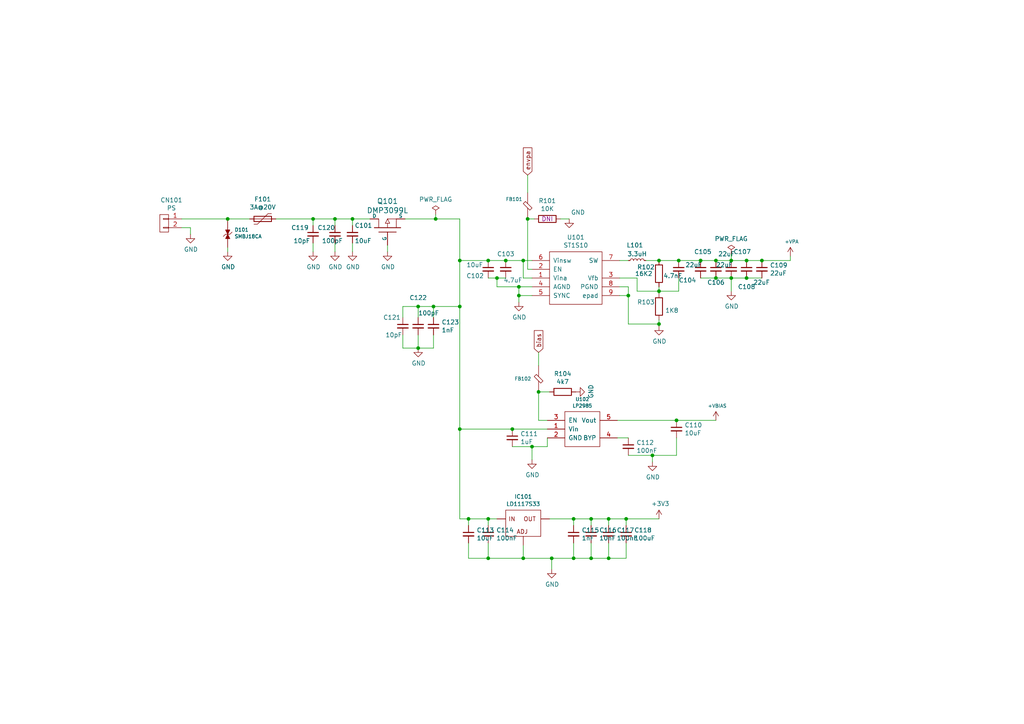
<source format=kicad_sch>
(kicad_sch (version 20231120) (generator "eeschema") (generator_version "8.0")
  (paper "A4")
  (title_block (title "Radioberry - amplifier") (date "2020-12-18") (rev "beta 1") (company "AppMind") (comment 1 "PA3GSB Johan Maas"))
  (lib_symbols
    (symbol "Radioberry:V-REG_LD117AS33TR" (pin_numbers hide) (pin_names (offset 1.016) hide)
      (property "Reference" "IC" (at 2.54 -7.62 0))
      (property "Value" "V-REG_LD117AS33TR" (at 2.54 -10.16 0))
      (symbol "V-REG_LD117AS33TR_1_0"
        (polyline (pts (xy -5.08 -5.08) (xy 5.08 -5.08)))
        (polyline (pts (xy -5.08 2.54) (xy -5.08 -5.08)))
        (polyline (pts (xy 5.08 -5.08) (xy 5.08 2.54)))
        (polyline (pts (xy 5.08 2.54) (xy -5.08 2.54)))
        (text "ADJ" (at -0.2794 -3.7084 0) (effects (font (size 1.2192 1.2192))))
        (text "IN" (at -3.2766 -0.0254 0) (effects (font (size 1.2192 1.2192))))
        (text "OUT" (at 1.8796 -0.0254 0) (effects (font (size 1.2192 1.2192))))
      )
      (symbol "V-REG_LD117AS33TR_1_1"
        (pin input line (at 0 -7.62 90) (length 2.54) (name "ADJ") (number "1"))
        (pin input line (at -7.62 0 0) (length 2.54) (name "IN") (number "3"))
        (pin passive line (at 7.62 0 180) (length 2.54) (name "OUT") (number "4"))
      )
    )
    (symbol "hermeslite:+3V3" (power) (pin_names (offset 0))
      (property "Value" "+3V3" (at 0 3.556 0))
      (symbol "+3V3_0_1"
        (polyline (pts (xy -0.762 1.27) (xy 0 2.54)))
        (polyline (pts (xy 0 0) (xy 0 2.54)))
        (polyline (pts (xy 0 2.54) (xy 0.762 1.27)))
      )
      (symbol "+3V3_1_1"
        (pin power_in line (at 0 0 90) (length 0) hide (name "+3V3") (number "1"))
      )
    )
    (symbol "hermeslite:+VBIAS" (power) (pin_names (offset 0))
      (property "Value" "+VBIAS" (at 0 3.556 0))
      (symbol "+VBIAS_0_1"
        (polyline (pts (xy -0.762 1.27) (xy 0 2.54)))
        (polyline (pts (xy 0 0) (xy 0 2.54)))
        (polyline (pts (xy 0 2.54) (xy 0.762 1.27)))
      )
      (symbol "+VBIAS_1_1"
        (pin power_in line (at 0 0 90) (length 0) hide (name "+VBIAS") (number "1"))
      )
    )
    (symbol "hermeslite:+VPA" (power) (pin_names (offset 0))
      (property "Value" "+VPA" (at 0 3.556 0))
      (symbol "+VPA_0_1"
        (polyline (pts (xy -0.762 1.27) (xy 0 2.54)))
        (polyline (pts (xy 0 0) (xy 0 2.54)))
        (polyline (pts (xy 0 2.54) (xy 0.762 1.27)))
      )
      (symbol "+VPA_1_1"
        (pin power_in line (at 0 0 90) (length 0) hide (name "+VPA") (number "1"))
      )
    )
    (symbol "hermeslite:CONN_01X02" (pin_names (offset 1.016) hide)
      (property "Reference" "J" (at 0 3.81 0))
      (property "Value" "CONN_01X02" (at 2.54 0 90))
      (symbol "CONN_01X02_0_1"
        (rectangle (start -1.27 -1.143) (end 0.254 -1.397))
        (rectangle (start -1.27 1.397) (end 0.254 1.143))
        (rectangle (start -1.27 2.54) (end 1.27 -2.54))
      )
      (symbol "CONN_01X02_1_1"
        (pin passive line (at -5.08 1.27 0) (length 3.81) (name "P1") (number "1"))
        (pin passive line (at -5.08 -1.27 0) (length 3.81) (name "P2") (number "2"))
      )
    )
    (symbol "hermeslite:C_Small" (pin_numbers hide) (pin_names (offset 0.254) hide)
      (property "Reference" "C" (at 0.254 1.778 0))
      (property "Value" "C_Small" (at 0.254 -2.032 0))
      (symbol "C_Small_0_1"
        (polyline (pts (xy -1.524 -0.508) (xy 1.524 -0.508)) (stroke (width 0.3302)))
        (polyline (pts (xy -1.524 0.508) (xy 1.524 0.508)) (stroke (width 0.3048)))
      )
      (symbol "C_Small_1_1"
        (pin passive line (at 0 2.54 270) (length 2.032) (name "~") (number "1"))
        (pin passive line (at 0 -2.54 90) (length 2.032) (name "~") (number "2"))
      )
    )
    (symbol "hermeslite:FB" (pin_numbers hide) (pin_names (offset 1.016))
      (property "Reference" "FB" (at 1.905 -1.27 0))
      (symbol "FB_0_1"
        (polyline (pts (xy 0.635 1.27) (xy 1.27 0.635) (xy -0.635 -1.27) (xy -1.27 -0.635) (xy 0.635 1.27)))
      )
      (symbol "FB_1_1"
        (pin passive line (at -3.81 0 0) (length 3.1496) (name "~") (number "1"))
        (pin input line (at 3.81 0 180) (length 3.1496) (name "~") (number "2"))
      )
    )
    (symbol "hermeslite:GND" (power) (pin_names (offset 0))
      (property "Value" "GND" (at 0 -3.81 0))
      (symbol "GND_0_1"
        (polyline (pts (xy 0 0) (xy 0 -1.27) (xy 1.27 -1.27) (xy 0 -2.54) (xy -1.27 -1.27) (xy 0 -1.27)))
      )
      (symbol "GND_1_1"
        (pin power_in line (at 0 0 270) (length 0) hide (name "GND") (number "1"))
      )
    )
    (symbol "hermeslite:LP2985" (pin_names (offset 1.016))
      (property "Reference" "U" (at 5.08 6.35 0))
      (property "Value" "LP2985" (at 5.08 -6.35 0))
      (symbol "LP2985_0_1"
        (rectangle (start 0 5.08) (end 10.16 -5.08))
      )
      (symbol "LP2985_1_1"
        (pin power_in line (at -5.08 0 0) (length 5.08) (name "Vin") (number "1"))
        (pin power_in line (at -5.08 -2.54 0) (length 5.08) (name "GND") (number "2"))
        (pin input line (at -5.08 2.54 0) (length 5.08) (name "EN") (number "3"))
        (pin input line (at 15.24 -2.54 180) (length 5.08) (name "BYP") (number "4"))
        (pin power_out line (at 15.24 2.54 180) (length 5.08) (name "Vout") (number "5"))
      )
    )
    (symbol "hermeslite:L_Small" (pin_numbers hide) (pin_names (offset 0.254) hide)
      (property "Reference" "L" (at 0.762 1.016 0))
      (property "Value" "L_Small" (at 0.762 -1.016 0))
      (symbol "L_Small_0_1"
        (arc (start 0 -2.032) (mid 0.508 -1.524) (end 0 -1.016))
        (arc (start 0 -1.016) (mid 0.508 -0.508) (end 0 0))
        (arc (start 0 0) (mid 0.508 0.508) (end 0 1.016))
        (arc (start 0 1.016) (mid 0.508 1.524) (end 0 2.032))
      )
      (symbol "L_Small_1_1"
        (pin passive line (at 0 2.54 270) (length 0.508) (name "~") (number "1"))
        (pin passive line (at 0 -2.54 90) (length 0.508) (name "~") (number "2"))
      )
    )
    (symbol "hermeslite:MOSFET_P" (pin_numbers hide) (pin_names (offset 0))
      (property "Reference" "Q" (at 0.254 4.318 0))
      (property "Value" "MOSFET_P" (at 0.254 -3.81 0))
      (symbol "MOSFET_P_0_1"
        (polyline (pts (xy -1.27 -2.54) (xy -1.27 2.54)) (stroke (width 0.2032)))
        (polyline (pts (xy 0 -3.81) (xy 0 3.81)) (stroke (width 0.254)))
        (polyline (pts (xy 0 0) (xy 1.27 0)))
        (polyline (pts (xy 1.27 -0.635) (xy 2.54 0)))
        (polyline (pts (xy 1.27 0.635) (xy 1.27 -0.635)))
        (polyline (pts (xy 1.27 0.635) (xy 2.54 0)))
        (polyline (pts (xy 2.54 -2.54) (xy 0 -2.54)))
        (polyline (pts (xy 2.54 0) (xy 2.54 -2.54)))
        (polyline (pts (xy 2.54 2.54) (xy 0 2.54)))
      )
      (symbol "MOSFET_P_1_1"
        (pin input line (at -5.08 0 0) (length 3.81) (name "G") (number "1"))
        (pin passive line (at 2.54 -5.08 90) (length 2.54) (name "S") (number "2"))
        (pin passive line (at 2.54 5.08 270) (length 2.54) (name "D") (number "3"))
      )
    )
    (symbol "hermeslite:Polyfuse" (pin_numbers hide) (pin_names (offset 0))
      (property "Reference" "F" (at -2.54 0 90))
      (property "Value" "Polyfuse" (at 2.54 0 90))
      (symbol "Polyfuse_0_1"
        (rectangle (start -0.762 2.54) (end 0.762 -2.54) (stroke (width 0.254)))
        (polyline (pts (xy 0 2.54) (xy 0 -2.54)))
        (polyline (pts (xy -1.524 2.54) (xy -1.524 1.524) (xy 1.524 -1.524) (xy 1.524 -2.54)))
      )
      (symbol "Polyfuse_1_1"
        (pin passive line (at 0 3.81 270) (length 1.27) (name "~") (number "1"))
        (pin passive line (at 0 -3.81 90) (length 1.27) (name "~") (number "2"))
      )
    )
    (symbol "hermeslite:R" (pin_numbers hide) (pin_names (offset 0))
      (property "Reference" "R" (at 2.032 0 90))
      (property "Value" "R" (at 0 0 90))
      (symbol "R_0_1"
        (rectangle (start -1.016 -2.54) (end 1.016 2.54) (stroke (width 0.254)))
      )
      (symbol "R_1_1"
        (pin passive line (at 0 3.81 270) (length 1.27) (name "~") (number "1"))
        (pin passive line (at 0 -3.81 90) (length 1.27) (name "~") (number "2"))
      )
    )
    (symbol "hermeslite:ST1S10" (pin_names (offset 1.016))
      (property "Reference" "U" (at -1.27 12.7 0))
      (property "Value" "ST1S10" (at -1.27 -6.35 0))
      (symbol "ST1S10_0_1"
        (rectangle (start -8.89 11.43) (end 6.35 -3.81))
      )
      (symbol "ST1S10_1_1"
        (pin input line (at -13.97 3.81 0) (length 5.08) (name "Vina") (number "1"))
        (pin input line (at -13.97 6.35 0) (length 5.08) (name "EN") (number "2"))
        (pin input line (at 11.43 3.81 180) (length 5.08) (name "Vfb") (number "3"))
        (pin power_in line (at -13.97 1.27 0) (length 5.08) (name "AGND") (number "4"))
        (pin input line (at -13.97 -1.27 0) (length 5.08) (name "SYNC") (number "5"))
        (pin power_in line (at -13.97 8.89 0) (length 5.08) (name "Vinsw") (number "6"))
        (pin power_out line (at 11.43 8.89 180) (length 5.08) (name "SW") (number "7"))
        (pin power_in line (at 11.43 1.27 180) (length 5.08) (name "PGND") (number "8"))
        (pin power_in line (at 11.43 -1.27 180) (length 5.08) (name "epad") (number "9"))
      )
    )
    (symbol "hermeslite:TVSANTI" (pin_numbers hide) (pin_names (offset 1.016) hide)
      (property "Reference" "D" (at 0 2.54 0))
      (property "Value" "TVSANTI" (at 0 -2.54 0))
      (symbol "TVSANTI_0_1"
        (polyline (pts (xy 0 0) (xy 0 -0.635) (xy 0.635 -1.27)))
        (polyline (pts (xy 0 0) (xy 0 0.635) (xy -0.635 1.27)))
        (polyline (pts (xy 0 0) (xy -1.27 0.635) (xy -1.27 -0.635) (xy 0 0)) (fill (type outline)))
        (polyline (pts (xy 1.27 0.635) (xy 0 0) (xy 1.27 -0.635) (xy 1.27 0.635)) (fill (type outline)))
      )
      (symbol "TVSANTI_1_1"
        (pin passive line (at -4.445 0 0) (length 3.0988) (name "A") (number "1"))
        (pin passive line (at 3.81 0 180) (length 2.4892) (name "K") (number "2"))
      )
    )
    (symbol "power:PWR_FLAG" (power) (pin_numbers hide) (pin_names (offset 0) hide)
      (property "Value" "PWR_FLAG" (at 0 3.81 0))
      (symbol "PWR_FLAG_0_0"
        (pin power_out line (at 0 0 90) (length 0) (name "~") (number "1"))
      )
      (symbol "PWR_FLAG_0_1"
        (polyline (pts (xy 0 0) (xy 0 1.27) (xy -1.016 1.905) (xy 0 2.54) (xy 1.016 1.905) (xy 0 1.27)))
      )
    )
  )
  (junction (at 141.605 75.565))
  (junction (at 102.235 63.5))
  (junction (at 216.535 75.565))
  (junction (at 133.35 124.46))
  (junction (at 189.23 132.08))
  (junction (at 171.45 150.495))
  (junction (at 141.605 161.925))
  (junction (at 133.35 75.565))
  (junction (at 90.805 63.5))
  (junction (at 125.73 88.9))
  (junction (at 212.09 75.565))
  (junction (at 121.285 100.965))
  (junction (at 135.89 150.495))
  (junction (at 216.535 80.645))
  (junction (at 146.685 75.565))
  (junction (at 220.98 75.565))
  (junction (at 148.59 124.46))
  (junction (at 196.85 75.565))
  (junction (at 176.53 161.925))
  (junction (at 207.645 75.565))
  (junction (at 182.245 85.725))
  (junction (at 191.135 75.565))
  (junction (at 191.135 93.98))
  (junction (at 181.61 150.495))
  (junction (at 97.155 63.5))
  (junction (at 153.035 63.5))
  (junction (at 144.145 80.645))
  (junction (at 166.37 161.925))
  (junction (at 151.765 161.925))
  (junction (at 212.09 80.645))
  (junction (at 160.02 161.925))
  (junction (at 156.21 113.665))
  (junction (at 151.765 75.565))
  (junction (at 121.285 88.9))
  (junction (at 150.495 85.725))
  (junction (at 203.2 75.565))
  (junction (at 141.605 150.495))
  (junction (at 191.135 84.455))
  (junction (at 150.495 83.185))
  (junction (at 171.45 161.925))
  (junction (at 66.04 63.5))
  (junction (at 176.53 150.495))
  (junction (at 207.645 80.645))
  (junction (at 126.365 63.5))
  (junction (at 154.305 129.54))
  (junction (at 166.37 150.495))
  (junction (at 133.35 88.9))
  (junction (at 196.215 121.92))
  (wire (pts (xy 116.84 97.155) (xy 116.84 100.965)))
  (wire (pts (xy 153.035 63.5) (xy 153.035 78.105)))
  (wire (pts (xy 144.145 80.645) (xy 146.685 80.645)))
  (wire (pts (xy 216.535 75.565) (xy 212.09 75.565)))
  (wire (pts (xy 154.305 85.725) (xy 150.495 85.725)))
  (wire (pts (xy 191.135 94.615) (xy 191.135 93.98)))
  (wire (pts (xy 212.09 80.645) (xy 207.645 80.645)))
  (wire (pts (xy 97.155 63.5) (xy 102.235 63.5)))
  (wire (pts (xy 191.135 85.09) (xy 191.135 84.455)))
  (wire (pts (xy 212.09 75.565) (xy 207.645 75.565)))
  (wire (pts (xy 135.89 157.48) (xy 135.89 161.925)))
  (wire (pts (xy 151.765 158.115) (xy 151.765 161.925)))
  (wire (pts (xy 154.94 63.5) (xy 153.035 63.5)))
  (wire (pts (xy 176.53 152.4) (xy 176.53 150.495)))
  (wire (pts (xy 212.09 84.455) (xy 212.09 80.645)))
  (wire (pts (xy 176.53 157.48) (xy 176.53 161.925)))
  (wire (pts (xy 148.59 124.46) (xy 158.75 124.46)))
  (wire (pts (xy 151.765 75.565) (xy 146.685 75.565)))
  (wire (pts (xy 166.37 152.4) (xy 166.37 150.495)))
  (wire (pts (xy 133.35 75.565) (xy 133.35 88.9)))
  (wire (pts (xy 212.09 75.565) (xy 212.09 73.66)))
  (wire (pts (xy 125.73 100.965) (xy 125.73 97.155)))
  (wire (pts (xy 154.305 78.105) (xy 153.035 78.105)))
  (wire (pts (xy 154.305 83.185) (xy 150.495 83.185)))
  (wire (pts (xy 179.705 85.725) (xy 182.245 85.725)))
  (wire (pts (xy 121.285 92.075) (xy 121.285 88.9)))
  (wire (pts (xy 90.805 63.5) (xy 97.155 63.5)))
  (wire (pts (xy 156.21 106.045) (xy 156.21 102.235)))
  (wire (pts (xy 112.395 73.025) (xy 112.395 71.12)))
  (wire (pts (xy 171.45 161.925) (xy 176.53 161.925)))
  (wire (pts (xy 179.07 121.92) (xy 196.215 121.92)))
  (wire (pts (xy 117.475 63.5) (xy 126.365 63.5)))
  (wire (pts (xy 184.785 84.455) (xy 191.135 84.455)))
  (wire (pts (xy 229.235 74.295) (xy 229.235 75.565)))
  (wire (pts (xy 158.75 129.54) (xy 154.305 129.54)))
  (wire (pts (xy 97.155 65.405) (xy 97.155 63.5)))
  (wire (pts (xy 191.135 75.565) (xy 196.85 75.565)))
  (wire (pts (xy 196.85 75.565) (xy 203.2 75.565)))
  (wire (pts (xy 72.39 63.5) (xy 66.04 63.5)))
  (wire (pts (xy 66.04 71.755) (xy 66.04 73.025)))
  (wire (pts (xy 196.85 84.455) (xy 196.85 80.645)))
  (wire (pts (xy 102.235 73.025) (xy 102.235 70.485)))
  (wire (pts (xy 102.235 65.405) (xy 102.235 63.5)))
  (wire (pts (xy 156.21 113.665) (xy 159.385 113.665)))
  (wire (pts (xy 191.135 84.455) (xy 191.135 83.185)))
  (wire (pts (xy 179.705 75.565) (xy 182.245 75.565)))
  (wire (pts (xy 141.605 75.565) (xy 133.35 75.565)))
  (wire (pts (xy 158.75 127) (xy 158.75 129.54)))
  (wire (pts (xy 154.305 75.565) (xy 151.765 75.565)))
  (wire (pts (xy 116.84 100.965) (xy 121.285 100.965)))
  (wire (pts (xy 182.245 132.08) (xy 189.23 132.08)))
  (wire (pts (xy 166.37 150.495) (xy 171.45 150.495)))
  (wire (pts (xy 141.605 152.4) (xy 141.605 150.495)))
  (wire (pts (xy 146.685 75.565) (xy 141.605 75.565)))
  (wire (pts (xy 125.73 92.075) (xy 125.73 88.9)))
  (wire (pts (xy 153.035 55.88) (xy 153.035 50.8)))
  (wire (pts (xy 220.98 75.565) (xy 216.535 75.565)))
  (wire (pts (xy 184.785 84.455) (xy 184.785 80.645)))
  (wire (pts (xy 182.245 85.725) (xy 182.245 93.98)))
  (wire (pts (xy 159.385 150.495) (xy 166.37 150.495)))
  (wire (pts (xy 121.285 100.965) (xy 125.73 100.965)))
  (wire (pts (xy 176.53 161.925) (xy 181.61 161.925)))
  (wire (pts (xy 151.765 161.925) (xy 160.02 161.925)))
  (wire (pts (xy 121.285 97.155) (xy 121.285 100.965)))
  (wire (pts (xy 156.21 121.92) (xy 158.75 121.92)))
  (wire (pts (xy 102.235 63.5) (xy 107.315 63.5)))
  (wire (pts (xy 187.325 75.565) (xy 191.135 75.565)))
  (wire (pts (xy 144.145 83.185) (xy 144.145 80.645)))
  (wire (pts (xy 133.35 124.46) (xy 133.35 150.495)))
  (wire (pts (xy 160.02 165.1) (xy 160.02 161.925)))
  (wire (pts (xy 135.89 152.4) (xy 135.89 150.495)))
  (wire (pts (xy 181.61 161.925) (xy 181.61 157.48)))
  (wire (pts (xy 151.765 80.645) (xy 151.765 75.565)))
  (wire (pts (xy 176.53 150.495) (xy 181.61 150.495)))
  (wire (pts (xy 191.135 84.455) (xy 196.85 84.455)))
  (wire (pts (xy 162.56 63.5) (xy 165.1 63.5)))
  (wire (pts (xy 133.35 63.5) (xy 133.35 75.565)))
  (wire (pts (xy 52.705 63.5) (xy 66.04 63.5)))
  (wire (pts (xy 116.84 88.9) (xy 121.285 88.9)))
  (wire (pts (xy 90.805 70.485) (xy 90.805 73.025)))
  (wire (pts (xy 133.35 150.495) (xy 135.89 150.495)))
  (wire (pts (xy 181.61 152.4) (xy 181.61 150.495)))
  (wire (pts (xy 181.61 150.495) (xy 191.135 150.495)))
  (wire (pts (xy 150.495 83.185) (xy 144.145 83.185)))
  (wire (pts (xy 80.01 63.5) (xy 90.805 63.5)))
  (wire (pts (xy 126.365 63.5) (xy 133.35 63.5)))
  (wire (pts (xy 121.285 88.9) (xy 125.73 88.9)))
  (wire (pts (xy 220.98 80.645) (xy 216.535 80.645)))
  (wire (pts (xy 141.605 150.495) (xy 144.145 150.495)))
  (wire (pts (xy 125.73 88.9) (xy 133.35 88.9)))
  (wire (pts (xy 191.135 93.98) (xy 191.135 92.71)))
  (wire (pts (xy 179.705 80.645) (xy 184.785 80.645)))
  (wire (pts (xy 171.45 152.4) (xy 171.45 150.495)))
  (wire (pts (xy 90.805 65.405) (xy 90.805 63.5)))
  (wire (pts (xy 154.305 80.645) (xy 151.765 80.645)))
  (wire (pts (xy 116.84 92.075) (xy 116.84 88.9)))
  (wire (pts (xy 97.155 70.485) (xy 97.155 73.025)))
  (wire (pts (xy 150.495 83.185) (xy 150.495 85.725)))
  (wire (pts (xy 189.23 133.985) (xy 189.23 132.08)))
  (wire (pts (xy 220.98 75.565) (xy 229.235 75.565)))
  (wire (pts (xy 179.07 127) (xy 182.245 127)))
  (wire (pts (xy 160.02 161.925) (xy 166.37 161.925)))
  (wire (pts (xy 182.245 83.185) (xy 182.245 85.725)))
  (wire (pts (xy 55.245 66.04) (xy 55.245 67.945)))
  (wire (pts (xy 179.705 83.185) (xy 182.245 83.185)))
  (wire (pts (xy 216.535 80.645) (xy 212.09 80.645)))
  (wire (pts (xy 141.605 80.645) (xy 144.145 80.645)))
  (wire (pts (xy 196.215 121.92) (xy 207.645 121.92)))
  (wire (pts (xy 166.37 161.925) (xy 171.45 161.925)))
  (wire (pts (xy 189.23 132.08) (xy 196.215 132.08)))
  (wire (pts (xy 141.605 157.48) (xy 141.605 161.925)))
  (wire (pts (xy 154.305 129.54) (xy 148.59 129.54)))
  (wire (pts (xy 207.645 75.565) (xy 203.2 75.565)))
  (wire (pts (xy 141.605 161.925) (xy 151.765 161.925)))
  (wire (pts (xy 171.45 157.48) (xy 171.45 161.925)))
  (wire (pts (xy 126.365 62.23) (xy 126.365 63.5)))
  (wire (pts (xy 154.305 133.35) (xy 154.305 129.54)))
  (wire (pts (xy 207.645 80.645) (xy 203.2 80.645)))
  (wire (pts (xy 171.45 150.495) (xy 176.53 150.495)))
  (wire (pts (xy 182.245 93.98) (xy 191.135 93.98)))
  (wire (pts (xy 156.21 113.665) (xy 156.21 121.92)))
  (wire (pts (xy 135.89 150.495) (xy 141.605 150.495)))
  (wire (pts (xy 166.37 157.48) (xy 166.37 161.925)))
  (wire (pts (xy 133.35 124.46) (xy 148.59 124.46)))
  (wire (pts (xy 150.495 85.725) (xy 150.495 87.63)))
  (wire (pts (xy 196.215 132.08) (xy 196.215 127)))
  (wire (pts (xy 135.89 161.925) (xy 141.605 161.925)))
  (wire (pts (xy 52.705 66.04) (xy 55.245 66.04)))
  (wire (pts (xy 133.35 88.9) (xy 133.35 124.46)))
  (global_label "envpa" (shape input) (at 153.035 50.8 90) (property "Intersheetrefs" "${INTERSHEET_REFS}" (effects (hide yes))))
  (global_label "bias" (shape input) (at 156.21 102.235 90) (property "Intersheetrefs" "${INTERSHEET_REFS}" (effects (hide yes))))
  (symbol (lib_id "Radioberry:V-REG_LD117AS33TR") (at 151.765 150.495 0) (unit 1)
    (property "Reference" "IC101" (at 151.765 144.0434 0) (effects (font (size 1.143 1.143))))
    (property "Value" "LD1117S33" (at 151.765 146.177 0) (effects (font (size 1.143 1.143))))
    (property "Footprint" "RB:V-REG_SOT223" (effects (hide yes)))
  )
  (symbol (lib_id "hermeslite:C_Small") (at 166.37 154.94 0) (unit 1)
    (property "Reference" "C115" (at 168.7068 153.7716 0) (effects (justify left)))
    (property "Value" "1nF" (at 168.7068 156.083 0) (effects (justify left)))
    (property "Footprint" "HERMESLITE:SMD-0603" (effects (hide yes)))
  )
  (symbol (lib_id "hermeslite:C_Small") (at 171.45 154.94 0) (unit 1)
    (property "Reference" "C116" (at 173.7868 153.7716 0) (effects (justify left)))
    (property "Value" "10nF" (at 173.7868 156.083 0) (effects (justify left)))
    (property "Footprint" "HERMESLITE:SMD-0603" (effects (hide yes)))
  )
  (symbol (lib_id "hermeslite:C_Small") (at 176.53 154.94 0) (unit 1)
    (property "Reference" "C117" (at 178.8668 153.7716 0) (effects (justify left)))
    (property "Value" "100nF" (at 178.8668 156.083 0) (effects (justify left)))
    (property "Footprint" "HERMESLITE:SMD-0603" (effects (hide yes)))
  )
  (symbol (lib_id "hermeslite:C_Small") (at 181.61 154.94 0) (unit 1)
    (property "Reference" "C118" (at 183.9468 153.7716 0) (effects (justify left)))
    (property "Value" "100uF" (at 183.9468 156.083 0) (effects (justify left)))
    (property "Footprint" "HERMESLITE:SMD-1206" (effects (hide yes)))
  )
  (symbol (lib_id "hermeslite:C_Small") (at 141.605 154.94 0) (unit 1)
    (property "Reference" "C114" (at 143.9418 153.7716 0) (effects (justify left)))
    (property "Value" "100nF" (at 143.9418 156.083 0) (effects (justify left)))
    (property "Footprint" "HERMESLITE:SMD-0603" (effects (hide yes)))
  )
  (symbol (lib_id "hermeslite:GND") (at 160.02 165.1 0) (unit 1)
    (property "Reference" "#PWR0115" (effects (hide yes)))
    (property "Value" "GND" (at 160.147 169.4942 0))
  )
  (symbol (lib_id "hermeslite:+3V3") (at 191.135 150.495 0) (unit 1)
    (property "Reference" "#PWR0117" (effects (hide yes)))
    (property "Value" "+3V3" (at 191.516 146.1008 0))
  )
  (symbol (lib_id "hermeslite:C_Small") (at 135.89 154.94 0) (unit 1)
    (property "Reference" "C113" (at 138.2268 153.7716 0) (effects (justify left)))
    (property "Value" "10uF" (at 138.2268 156.083 0) (effects (justify left)))
    (property "Footprint" "HERMESLITE:SMD-1206" (effects (hide yes)))
  )
  (symbol (lib_id "hermeslite:C_Small") (at 97.155 67.945 0) (unit 1)
    (property "Reference" "C120" (at 92.075 66.04 0) (effects (justify left)))
    (property "Value" "100pF" (at 93.345 69.85 0) (effects (justify left)))
    (property "Footprint" "HERMESLITE:SMD-0603" (effects (hide yes)))
  )
  (symbol (lib_id "hermeslite:C_Small") (at 90.805 67.945 0) (unit 1)
    (property "Reference" "C119" (at 84.455 66.04 0) (effects (justify left)))
    (property "Value" "10pF" (at 85.09 69.85 0) (effects (justify left)))
    (property "Footprint" "HERMESLITE:SMD-0603" (effects (hide yes)))
  )
  (symbol (lib_id "hermeslite:C_Small") (at 121.285 94.615 0) (unit 1)
    (property "Reference" "C122" (at 118.745 86.36 0) (effects (justify left)))
    (property "Value" "100pF" (at 121.285 90.805 0) (effects (justify left)))
    (property "Footprint" "HERMESLITE:SMD-0603" (effects (hide yes)))
  )
  (symbol (lib_id "hermeslite:C_Small") (at 125.73 94.615 0) (unit 1)
    (property "Reference" "C123" (at 128.0668 93.4466 0) (effects (justify left)))
    (property "Value" "1nF" (at 128.0668 95.758 0) (effects (justify left)))
    (property "Footprint" "HERMESLITE:SMD-0603" (effects (hide yes)))
  )
  (symbol (lib_id "hermeslite:C_Small") (at 116.84 94.615 0) (unit 1)
    (property "Reference" "C121" (at 111.125 92.075 0) (effects (justify left)))
    (property "Value" "10pF" (at 111.76 97.155 0) (effects (justify left)))
    (property "Footprint" "HERMESLITE:SMD-0603" (effects (hide yes)))
  )
  (symbol (lib_id "hermeslite:GND") (at 90.805 73.025 0) (unit 1)
    (property "Reference" "#PWR0123" (effects (hide yes)))
    (property "Value" "GND" (at 90.932 77.4192 0))
  )
  (symbol (lib_id "hermeslite:GND") (at 97.155 73.025 0) (unit 1)
    (property "Reference" "#PWR0124" (effects (hide yes)))
    (property "Value" "GND" (at 97.282 77.4192 0))
  )
  (symbol (lib_id "hermeslite:GND") (at 121.285 100.965 0) (unit 1)
    (property "Reference" "#PWR0125" (effects (hide yes)))
    (property "Value" "GND" (at 121.412 105.3592 0))
  )
  (symbol (lib_id "hermeslite:CONN_01X02") (at 47.625 64.77 0) (mirror y) (unit 1)
    (property "Reference" "CN101" (at 49.7332 58.039 0))
    (property "Value" "PS" (at 49.7332 60.3504 0))
    (property "Footprint" "HERMESLITE:PWRBARREL2" (effects (hide yes)))
  )
  (symbol (lib_id "hermeslite:Polyfuse") (at 76.2 63.5 270) (unit 1)
    (property "Reference" "F101" (at 76.2 57.785 90))
    (property "Value" "3A@20V" (at 76.2 60.0964 90))
    (property "Footprint" "HERMESLITE:FUSE" (effects (hide yes)))
  )
  (symbol (lib_id "hermeslite:MOSFET_P") (at 112.395 66.04 90) (unit 1)
    (property "Reference" "Q101" (at 112.395 58.3438 90) (effects (font (size 1.524 1.524))))
    (property "Value" "DMP3099L" (at 112.395 61.0362 90) (effects (font (size 1.524 1.524))))
    (property "Footprint" "HERMESLITE:SOT23_3" (effects (hide yes)))
  )
  (symbol (lib_id "hermeslite:LP2985") (at 163.83 124.46 0) (unit 1)
    (property "Reference" "U102" (at 168.91 115.7986 0) (effects (font (size 0.9906 0.9906))))
    (property "Value" "LP2985" (at 168.91 117.7036 0) (effects (font (size 0.9906 0.9906))))
    (property "Footprint" "HERMESLITE:SOT23" (effects (hide yes)))
  )
  (symbol (lib_id "hermeslite:C_Small") (at 148.59 127 0) (unit 1)
    (property "Reference" "C111" (at 150.9268 125.8316 0) (effects (justify left)))
    (property "Value" "1uF" (at 150.9268 128.143 0) (effects (justify left)))
    (property "Footprint" "HERMESLITE:SMD-0805" (effects (hide yes)))
    (property "Ext" "HV" (effects (hide yes)))
  )
  (symbol (lib_id "hermeslite:FB") (at 156.21 109.855 270) (unit 1)
    (property "Reference" "FB102" (at 149.225 109.855 90) (effects (font (size 0.9906 0.9906)) (justify left)))
    (property "Value" "FB" (effects (hide yes)))
    (property "Footprint" "HERMESLITE:SMD-0603" (effects (hide yes)))
  )
  (symbol (lib_id "hermeslite:ST1S10") (at 168.275 84.455 0) (unit 1)
    (property "Reference" "U101" (at 167.005 68.834 0))
    (property "Value" "ST1S10" (at 167.005 71.1454 0))
    (property "Footprint" "HERMESLITE:ST1S10" (effects (hide yes)))
  )
  (symbol (lib_id "hermeslite:TVSANTI") (at 66.04 67.945 270) (unit 1)
    (property "Reference" "D101" (at 68.0212 66.6496 90) (effects (font (size 1.016 1.016)) (justify left)))
    (property "Value" "SMBJ18CA" (at 68.0212 68.58 90) (effects (font (size 1.016 1.016)) (justify left)))
    (property "Footprint" "HERMESLITE:smbj18ca" (effects (hide yes)))
  )
  (symbol (lib_id "hermeslite:GND") (at 55.245 67.945 0) (unit 1)
    (property "Reference" "#PWR0102" (effects (hide yes)))
    (property "Value" "GND" (at 55.372 72.3392 0))
  )
  (symbol (lib_id "hermeslite:GND") (at 66.04 73.025 0) (unit 1)
    (property "Reference" "#PWR0103" (effects (hide yes)))
    (property "Value" "GND" (at 66.167 77.4192 0))
  )
  (symbol (lib_id "hermeslite:C_Small") (at 102.235 67.945 0) (unit 1)
    (property "Reference" "C101" (at 102.87 65.405 0) (effects (justify left)))
    (property "Value" "10uF" (at 102.87 69.85 0) (effects (justify left)))
    (property "Footprint" "HERMESLITE:SMD-1206" (effects (hide yes)))
  )
  (symbol (lib_id "hermeslite:FB") (at 153.035 59.69 270) (unit 1)
    (property "Reference" "FB101" (at 146.685 57.785 90) (effects (font (size 0.9906 0.9906)) (justify left)))
    (property "Value" "FB" (effects (hide yes)))
    (property "Footprint" "HERMESLITE:SMD-0603" (effects (hide yes)))
  )
  (symbol (lib_id "hermeslite:C_Small") (at 141.605 78.105 0) (unit 1)
    (property "Reference" "C102" (at 135.255 80.01 0) (effects (justify left)))
    (property "Value" "10uF" (at 135.255 76.835 0) (effects (justify left)))
    (property "Footprint" "HERMESLITE:SMD-1206" (effects (hide yes)))
  )
  (symbol (lib_id "hermeslite:C_Small") (at 146.685 78.105 0) (unit 1)
    (property "Reference" "C103" (at 144.145 73.66 0) (effects (justify left)))
    (property "Value" "4.7uF" (at 146.05 81.28 0) (effects (justify left)))
    (property "Footprint" "HERMESLITE:SMD-0805" (effects (hide yes)))
  )
  (symbol (lib_id "hermeslite:R") (at 191.135 79.375 0) (unit 1)
    (property "Reference" "R102" (at 184.785 77.47 0) (effects (justify left)))
    (property "Value" "16K2" (at 184.15 79.375 0) (effects (justify left)))
    (property "Footprint" "HERMESLITE:SMD-0603" (effects (hide yes)))
  )
  (symbol (lib_id "hermeslite:R") (at 191.135 88.9 0) (unit 1)
    (property "Reference" "R103" (at 184.785 87.63 0) (effects (justify left)))
    (property "Value" "1K8" (at 192.913 90.043 0) (effects (justify left)))
    (property "Footprint" "HERMESLITE:SMD-0603" (effects (hide yes)))
  )
  (symbol (lib_id "hermeslite:L_Small") (at 184.785 75.565 270) (mirror x) (unit 1)
    (property "Reference" "L101" (at 184.15 71.12 90))
    (property "Value" "3.3uH" (at 184.785 73.66 90))
    (property "Footprint" "HERMESLITE:GENERICPSL" (effects (hide yes)))
  )
  (symbol (lib_id "hermeslite:C_Small") (at 207.645 78.105 0) (unit 1)
    (property "Reference" "C106" (at 205.105 81.915 0) (effects (justify left)))
    (property "Value" "22uF" (at 207.645 76.835 0) (effects (justify left)))
    (property "Footprint" "HERMESLITE:SMD-0805" (effects (hide yes)))
  )
  (symbol (lib_id "hermeslite:C_Small") (at 216.535 78.105 0) (unit 1)
    (property "Reference" "C108" (at 213.995 83.185 0) (effects (justify left)))
    (property "Value" "22uF" (at 218.44 81.915 0) (effects (justify left)))
    (property "Footprint" "HERMESLITE:SMD-0805" (effects (hide yes)))
  )
  (symbol (lib_id "hermeslite:C_Small") (at 220.98 78.105 0) (unit 1)
    (property "Reference" "C109" (at 223.3168 76.9366 0) (effects (justify left)))
    (property "Value" "22uF" (at 223.3168 79.248 0) (effects (justify left)))
    (property "Footprint" "HERMESLITE:SMD-0805" (effects (hide yes)))
  )
  (symbol (lib_id "hermeslite:C_Small") (at 182.245 129.54 0) (unit 1)
    (property "Reference" "C112" (at 184.5818 128.3716 0) (effects (justify left)))
    (property "Value" "100nF" (at 184.5818 130.683 0) (effects (justify left)))
    (property "Footprint" "HERMESLITE:SMD-0603" (effects (hide yes)))
  )
  (symbol (lib_id "hermeslite:C_Small") (at 196.85 78.105 0) (unit 1)
    (property "Reference" "C104" (at 196.85 81.28 0) (effects (justify left)))
    (property "Value" "4.7nF" (at 192.405 80.01 0) (effects (justify left)))
    (property "Footprint" "HERMESLITE:SMD-0603" (effects (hide yes)))
  )
  (symbol (lib_id "hermeslite:C_Small") (at 212.09 78.105 0) (unit 1)
    (property "Reference" "C107" (at 212.725 73.025 0) (effects (justify left)))
    (property "Value" "22uF" (at 208.28 73.66 0) (effects (justify left)))
    (property "Footprint" "HERMESLITE:SMD-0805" (effects (hide yes)))
  )
  (symbol (lib_id "hermeslite:C_Small") (at 203.2 78.105 0) (unit 1)
    (property "Reference" "C105" (at 201.295 73.025 0) (effects (justify left)))
    (property "Value" "22uF" (at 198.755 76.835 0) (effects (justify left)))
    (property "Footprint" "HERMESLITE:SMD-0805" (effects (hide yes)))
  )
  (symbol (lib_id "hermeslite:C_Small") (at 196.215 124.46 0) (unit 1)
    (property "Reference" "C110" (at 198.5518 123.2916 0) (effects (justify left)))
    (property "Value" "10uF" (at 198.5518 125.603 0) (effects (justify left)))
    (property "Footprint" "HERMESLITE:SMD-1206" (effects (hide yes)))
  )
  (symbol (lib_id "hermeslite:GND") (at 191.135 94.615 0) (unit 1)
    (property "Reference" "#PWR0109" (effects (hide yes)))
    (property "Value" "GND" (at 191.262 99.0092 0))
  )
  (symbol (lib_id "hermeslite:GND") (at 212.09 84.455 0) (unit 1)
    (property "Reference" "#PWR0107" (effects (hide yes)))
    (property "Value" "GND" (at 212.217 88.8492 0))
  )
  (symbol (lib_id "hermeslite:GND") (at 150.495 87.63 0) (unit 1)
    (property "Reference" "#PWR0108" (effects (hide yes)))
    (property "Value" "GND" (at 150.622 92.0242 0))
  )
  (symbol (lib_id "hermeslite:GND") (at 102.235 73.025 0) (unit 1)
    (property "Reference" "#PWR0104" (effects (hide yes)))
    (property "Value" "GND" (at 102.362 77.4192 0))
  )
  (symbol (lib_id "hermeslite:GND") (at 112.395 73.025 0) (unit 1)
    (property "Reference" "#PWR0105" (effects (hide yes)))
    (property "Value" "GND" (at 112.522 77.4192 0))
  )
  (symbol (lib_id "hermeslite:+VPA") (at 229.235 74.295 0) (unit 1)
    (property "Reference" "#PWR0106" (effects (hide yes)))
    (property "Value" "+VPA" (at 229.616 70.104 0) (effects (font (size 0.9906 0.9906))))
  )
  (symbol (lib_id "hermeslite:R") (at 158.75 63.5 270) (unit 1)
    (property "Reference" "R101" (at 158.75 58.2422 90))
    (property "Value" "10K" (at 158.75 60.5536 90))
    (property "Footprint" "HERMESLITE:SMD-0603" (effects (hide yes)))
    (property "Option" "DNI" (at 158.75 63.5 90))
  )
  (symbol (lib_id "hermeslite:GND") (at 165.1 63.5 0) (unit 1)
    (property "Reference" "#PWR0101" (effects (hide yes)))
    (property "Value" "GND" (at 167.64 61.595 0))
  )
  (symbol (lib_id "hermeslite:+VBIAS") (at 207.645 121.92 0) (unit 1)
    (property "Reference" "#PWR0111" (effects (hide yes)))
    (property "Value" "+VBIAS" (at 208.026 117.729 0) (effects (font (size 0.9906 0.9906))))
  )
  (symbol (lib_id "hermeslite:GND") (at 189.23 133.985 0) (unit 1)
    (property "Reference" "#PWR0113" (effects (hide yes)))
    (property "Value" "GND" (at 189.357 138.3792 0))
  )
  (symbol (lib_id "hermeslite:GND") (at 154.305 133.35 0) (unit 1)
    (property "Reference" "#PWR0112" (effects (hide yes)))
    (property "Value" "GND" (at 154.432 137.7442 0))
  )
  (symbol (lib_id "hermeslite:R") (at 163.195 113.665 270) (unit 1)
    (property "Reference" "R104" (at 163.195 108.4072 90))
    (property "Value" "4k7" (at 163.195 110.7186 90))
    (property "Footprint" "HERMESLITE:SMD-0603" (effects (hide yes)))
  )
  (symbol (lib_id "hermeslite:GND") (at 167.005 113.665 90) (unit 1)
    (property "Reference" "#PWR0110" (effects (hide yes)))
    (property "Value" "GND" (at 171.3992 113.538 0))
  )
  (symbol (lib_id "power:PWR_FLAG") (at 126.365 62.23 0) (unit 1)
    (property "Reference" "#FLG0101" (effects (hide yes)))
    (property "Value" "PWR_FLAG" (at 126.365 57.8358 0))
  )
  (symbol (lib_id "power:PWR_FLAG") (at 212.09 73.66 0) (unit 1)
    (property "Reference" "#FLG0102" (effects (hide yes)))
    (property "Value" "PWR_FLAG" (at 212.09 69.2658 0))
  )
)
</source>
